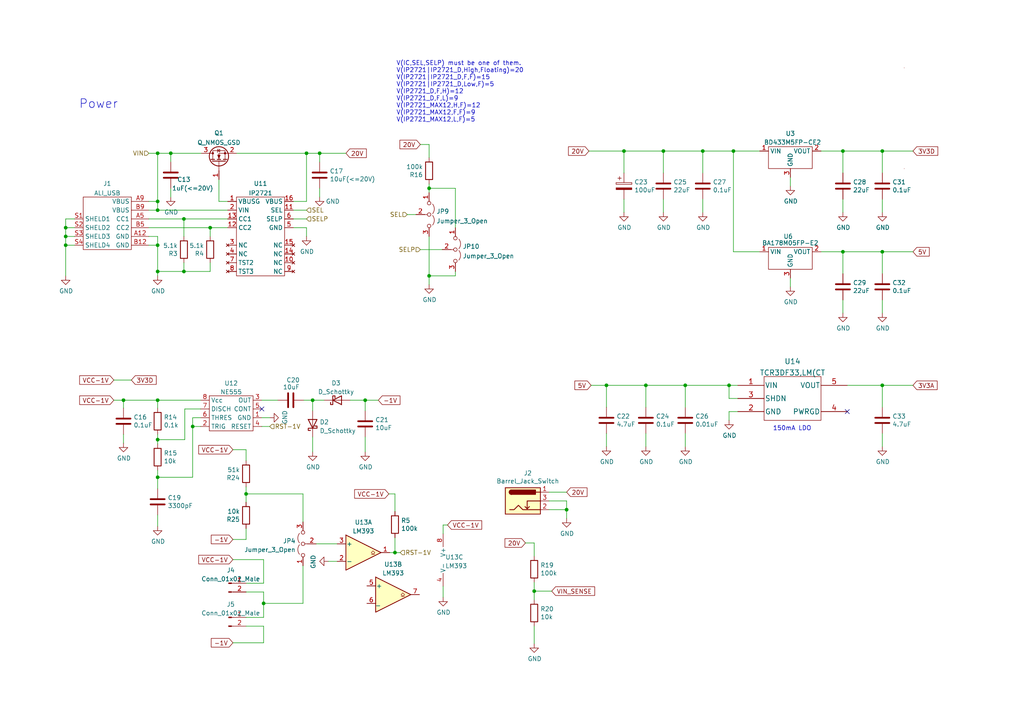
<source format=kicad_sch>
(kicad_sch (version 20211123) (generator eeschema)
  (paper "A4")
  (lib_symbols
    (symbol "Comparator:LM393" (pin_names (offset 0.127))
      (property "Reference" "U" (at 3.81 3.81 0))
      (property "Value" "LM393" (at 6.35 -3.81 0))
      (symbol "LM393_1_1"
        (polyline (pts (xy -5.08 5.08) (xy 5.08 0) (xy -5.08 -5.08) (xy -5.08 5.08)) (stroke (width 0.254)) (fill (type background)))
        (polyline (pts (xy 3.302 -0.508) (xy 2.794 -0.508) (xy 3.302 0) (xy 2.794 0.508) (xy 2.286 0) (xy 2.794 -0.508) (xy 2.286 -0.508)) (stroke (width 0.127)))
        (pin open_collector line (at 7.62 0 180) (length 2.54) (name "~") (number "1"))
        (pin input line (at -7.62 -2.54 0) (length 2.54) (name "-") (number "2"))
        (pin input line (at -7.62 2.54 0) (length 2.54) (name "+") (number "3"))
      )
      (symbol "LM393_2_1"
        (polyline (pts (xy -5.08 5.08) (xy 5.08 0) (xy -5.08 -5.08) (xy -5.08 5.08)) (stroke (width 0.254)) (fill (type background)))
        (polyline (pts (xy 3.302 -0.508) (xy 2.794 -0.508) (xy 3.302 0) (xy 2.794 0.508) (xy 2.286 0) (xy 2.794 -0.508) (xy 2.286 -0.508)) (stroke (width 0.127)))
        (pin input line (at -7.62 2.54 0) (length 2.54) (name "+") (number "5"))
        (pin input line (at -7.62 -2.54 0) (length 2.54) (name "_") (number "6"))
        (pin open_collector line (at 7.62 0 180) (length 2.54) (name "~") (number "7"))
      )
      (symbol "LM393_3_1"
        (pin power_in line (at -2.54 -7.62 90) (length 3.81) (name "V-") (number "4"))
        (pin power_in line (at -2.54 7.62 270) (length 3.81) (name "V+") (number "8"))
      )
    )
    (symbol "Connector:Barrel_Jack_Switch" (pin_names hide)
      (property "Reference" "J" (at 0 5.334 0))
      (property "Value" "Barrel_Jack_Switch" (at 0 -5.08 0))
      (symbol "Barrel_Jack_Switch_0_1"
        (rectangle (start -5.08 3.81) (end 5.08 -3.81) (stroke (width 0.254)) (fill (type background)))
        (arc (start -3.302 3.175) (mid -3.937 2.54) (end -3.302 1.905) (stroke (width 0.254)))
        (arc (start -3.302 3.175) (mid -3.937 2.54) (end -3.302 1.905) (stroke (width 0.254)) (fill (type outline)))
        (polyline (pts (xy 1.27 -2.286) (xy 1.905 -1.651)) (stroke (width 0.254)))
        (polyline (pts (xy 5.08 2.54) (xy 3.81 2.54)) (stroke (width 0.254)))
        (polyline (pts (xy 5.08 0) (xy 1.27 0) (xy 1.27 -2.286) (xy 0.635 -1.651)) (stroke (width 0.254)))
        (polyline (pts (xy -3.81 -2.54) (xy -2.54 -2.54) (xy -1.27 -1.27) (xy 0 -2.54) (xy 2.54 -2.54) (xy 5.08 -2.54)) (stroke (width 0.254)))
        (rectangle (start 3.683 3.175) (end -3.302 1.905) (stroke (width 0.254)) (fill (type outline)))
      )
      (symbol "Barrel_Jack_Switch_1_1"
        (pin passive line (at 7.62 2.54 180) (length 2.54) (name "~") (number "1"))
        (pin passive line (at 7.62 -2.54 180) (length 2.54) (name "~") (number "2"))
        (pin passive line (at 7.62 0 180) (length 2.54) (name "~") (number "3"))
      )
    )
    (symbol "Connector:Conn_01x02_Male" (pin_names (offset 1.016) hide)
      (property "Reference" "J" (at 0 2.54 0))
      (property "Value" "Conn_01x02_Male" (at 0 -5.08 0))
      (symbol "Conn_01x02_Male_1_1"
        (polyline (pts (xy 1.27 -2.54) (xy 0.8636 -2.54)) (stroke (width 0.1524)))
        (polyline (pts (xy 1.27 0) (xy 0.8636 0)) (stroke (width 0.1524)))
        (rectangle (start 0.8636 -2.413) (end 0 -2.667) (stroke (width 0.1524)) (fill (type outline)))
        (rectangle (start 0.8636 0.127) (end 0 -0.127) (stroke (width 0.1524)) (fill (type outline)))
        (pin passive line (at 5.08 0 180) (length 3.81) (name "Pin_1") (number "1"))
        (pin passive line (at 5.08 -2.54 180) (length 3.81) (name "Pin_2") (number "2"))
      )
    )
    (symbol "Device:C" (pin_numbers hide) (pin_names (offset 0.254))
      (property "Reference" "C" (at 0.635 2.54 0))
      (property "Value" "C" (at 0.635 -2.54 0))
      (symbol "C_0_1"
        (polyline (pts (xy -2.032 -0.762) (xy 2.032 -0.762)) (stroke (width 0.508)))
        (polyline (pts (xy -2.032 0.762) (xy 2.032 0.762)) (stroke (width 0.508)))
      )
      (symbol "C_1_1"
        (pin passive line (at 0 3.81 270) (length 2.794) (name "~") (number "1"))
        (pin passive line (at 0 -3.81 90) (length 2.794) (name "~") (number "2"))
      )
    )
    (symbol "Device:CP" (pin_numbers hide) (pin_names (offset 0.254))
      (property "Reference" "C" (at 0.635 2.54 0))
      (property "Value" "Device_CP" (at 0.635 -2.54 0))
      (symbol "CP_0_1"
        (rectangle (start -2.286 0.508) (end 2.286 1.016))
        (polyline (pts (xy -1.778 2.286) (xy -0.762 2.286)))
        (polyline (pts (xy -1.27 2.794) (xy -1.27 1.778)))
        (rectangle (start 2.286 -0.508) (end -2.286 -1.016) (fill (type outline)))
      )
      (symbol "CP_1_1"
        (pin passive line (at 0 3.81 270) (length 2.794) (name "~") (number "1"))
        (pin passive line (at 0 -3.81 90) (length 2.794) (name "~") (number "2"))
      )
    )
    (symbol "Device:D_Schottky" (pin_numbers hide) (pin_names (offset 1.016) hide)
      (property "Reference" "D" (at 0 2.54 0))
      (property "Value" "D_Schottky" (at 0 -2.54 0))
      (symbol "D_Schottky_0_1"
        (polyline (pts (xy 1.27 0) (xy -1.27 0)))
        (polyline (pts (xy 1.27 1.27) (xy 1.27 -1.27) (xy -1.27 0) (xy 1.27 1.27)) (stroke (width 0.254)))
        (polyline (pts (xy -1.905 0.635) (xy -1.905 1.27) (xy -1.27 1.27) (xy -1.27 -1.27) (xy -0.635 -1.27) (xy -0.635 -0.635)) (stroke (width 0.254)))
      )
      (symbol "D_Schottky_1_1"
        (pin passive line (at -3.81 0 0) (length 2.54) (name "K") (number "1"))
        (pin passive line (at 3.81 0 180) (length 2.54) (name "A") (number "2"))
      )
    )
    (symbol "Device:Q_NMOS_GSD" (pin_names (offset 0) hide)
      (property "Reference" "Q" (at 5.08 1.27 0))
      (property "Value" "Q_NMOS_GSD" (at 5.08 -1.27 0))
      (symbol "Q_NMOS_GSD_0_1"
        (polyline (pts (xy 0.254 0) (xy -2.54 0)))
        (polyline (pts (xy 0.254 1.905) (xy 0.254 -1.905)) (stroke (width 0.254)))
        (polyline (pts (xy 0.762 -1.27) (xy 0.762 -2.286)) (stroke (width 0.254)))
        (polyline (pts (xy 0.762 0.508) (xy 0.762 -0.508)) (stroke (width 0.254)))
        (polyline (pts (xy 0.762 2.286) (xy 0.762 1.27)) (stroke (width 0.254)))
        (polyline (pts (xy 2.54 2.54) (xy 2.54 1.778)))
        (polyline (pts (xy 2.54 -2.54) (xy 2.54 0) (xy 0.762 0)))
        (polyline (pts (xy 0.762 -1.778) (xy 3.302 -1.778) (xy 3.302 1.778) (xy 0.762 1.778)))
        (polyline (pts (xy 1.016 0) (xy 2.032 0.381) (xy 2.032 -0.381) (xy 1.016 0)) (fill (type outline)))
        (polyline (pts (xy 2.794 0.508) (xy 2.921 0.381) (xy 3.683 0.381) (xy 3.81 0.254)))
        (polyline (pts (xy 3.302 0.381) (xy 2.921 -0.254) (xy 3.683 -0.254) (xy 3.302 0.381)))
        (circle (center 1.651 0) (radius 2.794) (stroke (width 0.254)))
        (circle (center 2.54 -1.778) (radius 0.254) (fill (type outline)))
        (circle (center 2.54 1.778) (radius 0.254) (fill (type outline)))
      )
      (symbol "Q_NMOS_GSD_1_1"
        (pin input line (at -5.08 0 0) (length 2.54) (name "G") (number "1"))
        (pin passive line (at 2.54 -5.08 90) (length 2.54) (name "S") (number "2"))
        (pin passive line (at 2.54 5.08 270) (length 2.54) (name "D") (number "3"))
      )
    )
    (symbol "Device:R" (pin_numbers hide) (pin_names (offset 0))
      (property "Reference" "R" (at 2.032 0 90))
      (property "Value" "R" (at 0 0 90))
      (symbol "R_0_1"
        (rectangle (start -1.016 -2.54) (end 1.016 2.54) (stroke (width 0.254)))
      )
      (symbol "R_1_1"
        (pin passive line (at 0 3.81 270) (length 1.27) (name "~") (number "1"))
        (pin passive line (at 0 -3.81 90) (length 1.27) (name "~") (number "2"))
      )
    )
    (symbol "Jumper:Jumper_3_Open" (pin_names (offset 0) hide)
      (property "Reference" "JP" (at -2.54 -2.54 0))
      (property "Value" "Jumper_3_Open" (at 0 2.794 0))
      (symbol "Jumper_3_Open_0_0"
        (circle (center -3.302 0) (radius 0.508))
        (circle (center 0 0) (radius 0.508))
        (circle (center 3.302 0) (radius 0.508))
      )
      (symbol "Jumper_3_Open_0_1"
        (arc (start -0.254 1.016) (mid -1.651 1.4992) (end -3.048 1.016))
        (polyline (pts (xy 0 -0.508) (xy 0 -1.27)))
        (arc (start 3.048 1.016) (mid 1.651 1.4992) (end 0.254 1.016))
      )
      (symbol "Jumper_3_Open_1_1"
        (pin passive line (at -6.35 0 0) (length 2.54) (name "A") (number "1"))
        (pin input line (at 0 -3.81 90) (length 2.54) (name "C") (number "2"))
        (pin passive line (at 6.35 0 180) (length 2.54) (name "B") (number "3"))
      )
    )
    (symbol "Jumper_3_Open_1" (pin_names (offset 0) hide)
      (property "Reference" "JP" (at -2.54 -2.54 0))
      (property "Value" "Jumper_3_Open_1" (at 0 2.794 0))
      (symbol "Jumper_3_Open_1_0_0"
        (circle (center -3.302 0) (radius 0.508))
        (circle (center 0 0) (radius 0.508))
        (circle (center 3.302 0) (radius 0.508))
      )
      (symbol "Jumper_3_Open_1_0_1"
        (arc (start -0.254 1.016) (mid -1.651 1.4992) (end -3.048 1.016))
        (polyline (pts (xy 0 -0.508) (xy 0 -1.27)))
        (arc (start 3.048 1.016) (mid 1.651 1.4992) (end 0.254 1.016))
      )
      (symbol "Jumper_3_Open_1_1_1"
        (pin passive line (at -6.35 0 0) (length 2.54) (name "A") (number "1"))
        (pin passive line (at 0 -3.81 90) (length 2.54) (name "C") (number "2"))
        (pin passive line (at 6.35 0 180) (length 2.54) (name "B") (number "3"))
      )
    )
    (symbol "Ninja-qPCR:ALI_USB"
      (property "Reference" "J" (at -7.62 2.54 0))
      (property "Value" "ALI_USB" (at -6.35 -15.24 0))
      (symbol "ALI_USB_0_1"
        (rectangle (start 0 1.27) (end -13.97 -13.97) (stroke (width 0.1524)))
      )
      (symbol "ALI_USB_1_1"
        (pin input line (at 5.08 -10.16 180) (length 5.08) (name "GND") (number "A12"))
        (pin input line (at 5.08 -5.08 180) (length 5.08) (name "CC1") (number "A5"))
        (pin input line (at 5.08 0 180) (length 5.08) (name "VBUS") (number "A9"))
        (pin input line (at 5.08 -12.7 180) (length 5.08) (name "GND") (number "B12"))
        (pin input line (at 5.08 -7.62 180) (length 5.08) (name "CC2") (number "B5"))
        (pin input line (at 5.08 -2.54 180) (length 5.08) (name "VBUS") (number "B9"))
        (pin input line (at -16.51 -5.08 0) (length 2.54) (name "SHELD1") (number "S1"))
        (pin input line (at -16.51 -7.62 0) (length 2.54) (name "SHELD2") (number "S2"))
        (pin input line (at -16.51 -10.16 0) (length 2.54) (name "SHELD3") (number "S3"))
        (pin input line (at -16.51 -12.7 0) (length 2.54) (name "SHELD4") (number "S4"))
      )
    )
    (symbol "Ninja-qPCR:IP2721"
      (property "Reference" "U" (at 0 2.54 0))
      (property "Value" "IP2721" (at 0 -22.86 0))
      (symbol "IP2721_0_1"
        (rectangle (start -7.62 1.27) (end 6.35 -21.59) (stroke (width 0.1524)))
      )
      (symbol "IP2721_1_1"
        (pin output line (at -10.16 0 0) (length 2.54) (name "VBUSG") (number "1"))
        (pin no_connect line (at 8.89 -17.78 180) (length 2.54) (name "NC") (number "10"))
        (pin input line (at 8.89 -2.54 180) (length 2.54) (name "SEL") (number "11"))
        (pin input line (at -10.16 -7.62 0) (length 2.54) (name "CC2") (number "12"))
        (pin input line (at -10.16 -5.08 0) (length 2.54) (name "CC1") (number "13"))
        (pin no_connect line (at 8.89 -15.24 180) (length 2.54) (name "NC") (number "14"))
        (pin no_connect line (at 8.89 -12.7 180) (length 2.54) (name "NC") (number "15"))
        (pin input line (at 8.89 0 180) (length 2.54) (name "VBUS") (number "16"))
        (pin power_in line (at -10.16 -2.54 0) (length 2.54) (name "VIN") (number "2"))
        (pin no_connect line (at -10.16 -12.7 0) (length 2.54) (name "NC") (number "3"))
        (pin no_connect line (at -10.16 -15.24 0) (length 2.54) (name "NC") (number "4"))
        (pin power_out line (at 8.89 -7.62 180) (length 2.54) (name "GND") (number "5"))
        (pin input line (at 8.89 -5.08 180) (length 2.54) (name "SELP") (number "6"))
        (pin no_connect line (at -10.16 -17.78 0) (length 2.54) (name "TST2") (number "7"))
        (pin no_connect line (at -10.16 -20.32 0) (length 2.54) (name "TST3") (number "8"))
        (pin no_connect line (at 8.89 -20.32 180) (length 2.54) (name "NC") (number "9"))
      )
    )
    (symbol "Ninja-qPCR:MCP1755T-3302E_OT" (pin_names (offset 0.254))
      (property "Reference" "U" (at 16.51 8.89 0))
      (property "Value" "MCP1755T-3302E_OT" (at 16.51 6.35 0))
      (symbol "MCP1755T-3302E_OT_1_1"
        (rectangle (start 7.62 2.54) (end 24.13 -10.16))
        (pin power_in line (at 0 0 0) (length 7.62) (name "VIN") (number "1"))
        (pin power_in line (at 0 -7.62 0) (length 7.62) (name "GND") (number "2"))
        (pin input line (at 0 -3.81 0) (length 7.62) (name "SHDN") (number "3"))
        (pin output line (at 31.75 -7.62 180) (length 7.62) (name "PWRGD") (number "4"))
        (pin output line (at 31.75 0 180) (length 7.62) (name "VOUT") (number "5"))
      )
    )
    (symbol "Ninja-qPCR:NE555"
      (property "Reference" "U" (at 8.89 2.54 0))
      (property "Value" "NE555" (at 8.89 -10.16 0))
      (symbol "NE555_0_1"
        (rectangle (start 2.54 1.27) (end 15.24 -8.89) (stroke (width 0.1524)))
      )
      (symbol "NE555_1_1"
        (pin input line (at 17.78 -5.08 180) (length 2.54) (name "GND") (number "1"))
        (pin input line (at 0 -7.62 0) (length 2.54) (name "TRIG") (number "2"))
        (pin input line (at 17.78 0 180) (length 2.54) (name "OUT") (number "3"))
        (pin input line (at 17.78 -7.62 180) (length 2.54) (name "RESET") (number "4"))
        (pin input line (at 17.78 -2.54 180) (length 2.54) (name "CONT") (number "5"))
        (pin input line (at 0 -5.08 0) (length 2.54) (name "THRES") (number "6"))
        (pin input line (at 0 -2.54 0) (length 2.54) (name "DISCH") (number "7"))
        (pin input line (at 0 0 0) (length 2.54) (name "Vcc") (number "8"))
      )
    )
    (symbol "Ninja-qPCR:REG_TO252-3"
      (property "Reference" "U" (at 0 1.27 0))
      (property "Value" "REG_TO252-3" (at 7.62 -7.62 0))
      (symbol "REG_TO252-3_0_1"
        (rectangle (start -6.35 0) (end 6.35 -6.35) (stroke (width 0.1524)))
        (rectangle (start 33.02 22.86) (end 33.02 22.86) (stroke (width 0.1524)))
      )
      (symbol "REG_TO252-3_1_1"
        (pin input line (at -8.89 -1.27 0) (length 2.54) (name "VIN") (number "1"))
        (pin input line (at 8.89 -1.27 180) (length 2.54) (name "VOUT") (number "2"))
        (pin input line (at 0 -8.89 90) (length 2.54) (name "GND") (number "3"))
      )
    )
    (symbol "power:GND" (power) (pin_names (offset 0))
      (property "Value" "GND" (at 0 -3.81 0))
      (symbol "GND_0_1"
        (polyline (pts (xy 0 0) (xy 0 -1.27) (xy 1.27 -1.27) (xy 0 -2.54) (xy -1.27 -1.27) (xy 0 -1.27)))
      )
      (symbol "GND_1_1"
        (pin power_in line (at 0 0 270) (length 0) hide (name "GND") (number "1"))
      )
    )
  )
  (junction (at 53.34 63.5))
  (junction (at 19.05 66.04))
  (junction (at 71.374 143.256))
  (junction (at 45.72 58.42))
  (junction (at 255.905 43.815))
  (junction (at 192.405 43.815))
  (junction (at 92.71 44.45))
  (junction (at 244.475 43.815))
  (junction (at 45.72 60.96))
  (junction (at 180.975 43.815))
  (junction (at 114.554 160.274))
  (junction (at 255.905 73.025))
  (junction (at 105.918 116.078))
  (junction (at 45.72 116.078))
  (junction (at 49.53 44.45))
  (junction (at 175.895 111.76))
  (junction (at 198.755 111.76))
  (junction (at 55.88 123.698))
  (junction (at 124.46 54.61))
  (junction (at 88.9 44.45))
  (junction (at 45.72 127.508))
  (junction (at 164.338 147.828))
  (junction (at 45.72 78.74))
  (junction (at 203.835 43.815))
  (junction (at 90.678 116.078))
  (junction (at 187.325 111.76))
  (junction (at 255.905 111.76))
  (junction (at 45.72 138.43))
  (junction (at 60.96 66.04))
  (junction (at 124.46 80.01))
  (junction (at 19.05 71.12))
  (junction (at 244.475 73.025))
  (junction (at 211.455 111.76))
  (junction (at 76.454 175.006))
  (junction (at 154.94 171.45))
  (junction (at 19.05 68.58))
  (junction (at 212.725 43.815))
  (junction (at 45.72 71.12))
  (junction (at 45.72 44.45))
  (junction (at 35.814 116.078))
  (junction (at 53.34 78.74))
  (no_connect (at 245.745 119.38))
  (no_connect (at 75.946 118.618))
  (wire (pts (xy 66.04 58.42) (xy 63.5 58.42)))
  (wire (pts (xy 45.72 116.078) (xy 45.72 118.364)))
  (wire (pts (xy 118.11 62.23) (xy 120.65 62.23)))
  (wire (pts (xy 175.895 111.76) (xy 175.895 118.11)))
  (wire (pts (xy 76.454 175.006) (xy 87.884 175.006)))
  (wire (pts (xy 187.325 125.73) (xy 187.325 129.54)))
  (wire (pts (xy 132.08 54.61) (xy 132.08 66.04)))
  (wire (pts (xy 88.138 116.078) (xy 90.678 116.078)))
  (wire (pts (xy 35.814 116.078) (xy 35.814 118.364)))
  (wire (pts (xy 71.374 169.164) (xy 76.454 169.164)))
  (wire (pts (xy 45.72 78.74) (xy 45.72 80.01)))
  (wire (pts (xy 71.374 141.224) (xy 71.374 143.256)))
  (wire (pts (xy 49.53 54.61) (xy 49.53 57.15)))
  (wire (pts (xy 91.694 157.734) (xy 97.79 157.734)))
  (wire (pts (xy 154.94 157.48) (xy 154.94 161.29)))
  (wire (pts (xy 45.72 68.58) (xy 45.72 71.12)))
  (wire (pts (xy 255.905 57.785) (xy 255.905 61.595)))
  (wire (pts (xy 152.4 157.48) (xy 154.94 157.48)))
  (wire (pts (xy 85.09 66.04) (xy 88.9 66.04)))
  (wire (pts (xy 88.9 66.04) (xy 88.9 68.58)))
  (wire (pts (xy 45.72 138.43) (xy 45.72 136.398)))
  (wire (pts (xy 45.72 71.12) (xy 45.72 78.74)))
  (wire (pts (xy 45.72 125.984) (xy 45.72 127.508)))
  (wire (pts (xy 71.374 143.256) (xy 87.884 143.256)))
  (wire (pts (xy 76.454 162.306) (xy 76.454 169.164)))
  (wire (pts (xy 212.725 43.815) (xy 220.345 43.815)))
  (wire (pts (xy 90.678 116.078) (xy 90.678 119.126)))
  (wire (pts (xy 90.678 126.746) (xy 90.678 131.064)))
  (wire (pts (xy 245.745 111.76) (xy 255.905 111.76)))
  (wire (pts (xy 76.454 175.006) (xy 76.454 179.07)))
  (wire (pts (xy 198.755 125.73) (xy 198.755 129.54)))
  (wire (pts (xy 67.564 130.429) (xy 71.374 130.429)))
  (wire (pts (xy 187.325 111.76) (xy 198.755 111.76)))
  (wire (pts (xy 105.918 116.078) (xy 109.728 116.078)))
  (wire (pts (xy 213.995 115.57) (xy 211.455 115.57)))
  (wire (pts (xy 68.58 44.45) (xy 88.9 44.45)))
  (wire (pts (xy 180.975 43.815) (xy 180.975 50.165)))
  (wire (pts (xy 45.72 138.43) (xy 55.88 138.43)))
  (wire (pts (xy 19.05 66.04) (xy 19.05 68.58)))
  (wire (pts (xy 229.235 80.645) (xy 229.235 83.185)))
  (wire (pts (xy 71.374 181.61) (xy 76.454 181.61)))
  (wire (pts (xy 124.46 68.58) (xy 124.46 80.01)))
  (wire (pts (xy 213.995 119.38) (xy 211.455 119.38)))
  (wire (pts (xy 33.02 116.078) (xy 35.814 116.078)))
  (wire (pts (xy 238.125 43.815) (xy 244.475 43.815)))
  (wire (pts (xy 255.905 86.995) (xy 255.905 90.805)))
  (wire (pts (xy 45.72 60.96) (xy 66.04 60.96)))
  (wire (pts (xy 55.88 123.698) (xy 58.166 123.698)))
  (wire (pts (xy 192.405 43.815) (xy 203.835 43.815)))
  (wire (pts (xy 67.564 156.464) (xy 71.374 156.464)))
  (wire (pts (xy 76.454 179.07) (xy 71.374 179.07)))
  (wire (pts (xy 124.46 54.61) (xy 124.46 55.88)))
  (wire (pts (xy 124.46 53.34) (xy 124.46 54.61)))
  (wire (pts (xy 55.88 123.698) (xy 55.88 138.43)))
  (wire (pts (xy 85.09 60.96) (xy 88.9 60.96)))
  (wire (pts (xy 211.455 119.38) (xy 211.455 121.92)))
  (wire (pts (xy 43.18 71.12) (xy 45.72 71.12)))
  (wire (pts (xy 60.96 76.2) (xy 60.96 78.74)))
  (wire (pts (xy 53.34 76.2) (xy 53.34 78.74)))
  (wire (pts (xy 203.835 43.815) (xy 212.725 43.815)))
  (wire (pts (xy 75.946 121.158) (xy 78.232 121.158)))
  (wire (pts (xy 95.25 162.814) (xy 97.79 162.814)))
  (wire (pts (xy 53.34 78.74) (xy 60.96 78.74)))
  (wire (pts (xy 255.905 125.73) (xy 255.905 129.54)))
  (wire (pts (xy 45.72 116.078) (xy 58.166 116.078)))
  (wire (pts (xy 159.258 142.748) (xy 164.338 142.748)))
  (wire (pts (xy 19.05 68.58) (xy 21.59 68.58)))
  (wire (pts (xy 129.794 152.273) (xy 128.524 152.273)))
  (wire (pts (xy 154.94 171.45) (xy 160.02 171.45)))
  (wire (pts (xy 55.88 121.158) (xy 55.88 123.698)))
  (wire (pts (xy 114.554 160.274) (xy 116.078 160.274)))
  (wire (pts (xy 244.475 57.785) (xy 244.475 61.595)))
  (wire (pts (xy 53.594 118.618) (xy 53.594 127.508)))
  (wire (pts (xy 154.94 171.45) (xy 154.94 173.99)))
  (wire (pts (xy 45.72 58.42) (xy 45.72 44.45)))
  (wire (pts (xy 85.09 63.5) (xy 88.9 63.5)))
  (wire (pts (xy 212.725 43.815) (xy 212.725 73.025)))
  (wire (pts (xy 43.18 58.42) (xy 45.72 58.42)))
  (wire (pts (xy 255.905 111.76) (xy 264.795 111.76)))
  (wire (pts (xy 164.338 145.288) (xy 164.338 147.828)))
  (wire (pts (xy 60.96 66.04) (xy 66.04 66.04)))
  (wire (pts (xy 175.895 125.73) (xy 175.895 129.54)))
  (wire (pts (xy 71.374 143.256) (xy 71.374 145.669)))
  (wire (pts (xy 180.975 43.815) (xy 192.405 43.815)))
  (wire (pts (xy 87.884 143.256) (xy 87.884 151.384)))
  (wire (pts (xy 132.08 78.74) (xy 132.08 80.01)))
  (wire (pts (xy 90.678 116.078) (xy 93.98 116.078)))
  (wire (pts (xy 75.946 116.078) (xy 80.518 116.078)))
  (wire (pts (xy 213.995 111.76) (xy 211.455 111.76)))
  (wire (pts (xy 255.905 73.025) (xy 264.795 73.025)))
  (wire (pts (xy 43.18 60.96) (xy 45.72 60.96)))
  (wire (pts (xy 255.905 73.025) (xy 244.475 73.025)))
  (wire (pts (xy 211.455 111.76) (xy 211.455 115.57)))
  (wire (pts (xy 49.53 44.45) (xy 49.53 46.99)))
  (wire (pts (xy 124.46 41.91) (xy 124.46 45.72)))
  (wire (pts (xy 45.72 78.74) (xy 53.34 78.74)))
  (wire (pts (xy 255.905 43.815) (xy 255.905 50.165)))
  (wire (pts (xy 53.34 63.5) (xy 53.34 68.58)))
  (wire (pts (xy 71.374 153.289) (xy 71.374 156.464)))
  (wire (pts (xy 58.166 121.158) (xy 55.88 121.158)))
  (wire (pts (xy 45.72 127.508) (xy 45.72 128.778)))
  (wire (pts (xy 35.814 125.984) (xy 35.814 128.524)))
  (wire (pts (xy 114.554 155.956) (xy 114.554 160.274)))
  (wire (pts (xy 76.454 171.704) (xy 76.454 175.006)))
  (wire (pts (xy 244.475 43.815) (xy 244.475 50.165)))
  (wire (pts (xy 114.554 143.256) (xy 114.554 148.336)))
  (wire (pts (xy 255.905 111.76) (xy 255.905 118.11)))
  (wire (pts (xy 244.475 73.025) (xy 244.475 79.375)))
  (wire (pts (xy 19.05 63.5) (xy 19.05 66.04)))
  (wire (pts (xy 45.72 149.352) (xy 45.72 152.654)))
  (wire (pts (xy 187.325 111.76) (xy 187.325 118.11)))
  (wire (pts (xy 113.03 160.274) (xy 114.554 160.274)))
  (wire (pts (xy 60.96 66.04) (xy 60.96 68.58)))
  (wire (pts (xy 71.374 171.704) (xy 76.454 171.704)))
  (wire (pts (xy 58.166 118.618) (xy 53.594 118.618)))
  (wire (pts (xy 105.918 126.746) (xy 105.918 131.064)))
  (wire (pts (xy 255.905 73.025) (xy 255.905 79.375)))
  (wire (pts (xy 121.92 72.39) (xy 128.27 72.39)))
  (wire (pts (xy 255.905 43.815) (xy 244.475 43.815)))
  (wire (pts (xy 238.125 73.025) (xy 244.475 73.025)))
  (wire (pts (xy 128.524 152.273) (xy 128.524 154.813)))
  (wire (pts (xy 88.9 44.45) (xy 92.71 44.45)))
  (wire (pts (xy 43.18 68.58) (xy 45.72 68.58)))
  (wire (pts (xy 92.71 54.61) (xy 92.71 57.15)))
  (wire (pts (xy 198.755 111.76) (xy 211.455 111.76)))
  (wire (pts (xy 198.755 111.76) (xy 198.755 118.11)))
  (wire (pts (xy 255.905 43.815) (xy 264.795 43.815)))
  (wire (pts (xy 88.9 44.45) (xy 88.9 58.42)))
  (wire (pts (xy 192.405 43.815) (xy 192.405 50.165)))
  (wire (pts (xy 67.564 162.306) (xy 76.454 162.306)))
  (wire (pts (xy 76.454 186.436) (xy 67.564 186.436)))
  (wire (pts (xy 53.34 63.5) (xy 66.04 63.5)))
  (wire (pts (xy 171.45 111.76) (xy 175.895 111.76)))
  (wire (pts (xy 43.18 63.5) (xy 53.34 63.5)))
  (wire (pts (xy 175.895 111.76) (xy 187.325 111.76)))
  (wire (pts (xy 124.46 80.01) (xy 124.46 82.55)))
  (wire (pts (xy 121.92 41.91) (xy 124.46 41.91)))
  (wire (pts (xy 75.946 123.698) (xy 78.232 123.698)))
  (wire (pts (xy 45.72 60.96) (xy 45.72 58.42)))
  (wire (pts (xy 203.835 57.785) (xy 203.835 61.595)))
  (wire (pts (xy 229.235 51.435) (xy 229.235 53.975)))
  (wire (pts (xy 43.18 66.04) (xy 60.96 66.04)))
  (wire (pts (xy 105.918 116.078) (xy 105.918 119.126)))
  (wire (pts (xy 49.53 44.45) (xy 58.42 44.45)))
  (wire (pts (xy 33.02 110.236) (xy 38.1 110.236)))
  (wire (pts (xy 19.05 71.12) (xy 21.59 71.12)))
  (wire (pts (xy 43.18 44.45) (xy 45.72 44.45)))
  (wire (pts (xy 203.835 43.815) (xy 203.835 50.165)))
  (wire (pts (xy 159.258 147.828) (xy 164.338 147.828)))
  (wire (pts (xy 87.884 175.006) (xy 87.884 164.084)))
  (wire (pts (xy 180.975 57.785) (xy 180.975 61.595)))
  (wire (pts (xy 124.46 54.61) (xy 132.08 54.61)))
  (wire (pts (xy 45.72 127.508) (xy 53.594 127.508)))
  (wire (pts (xy 21.59 63.5) (xy 19.05 63.5)))
  (wire (pts (xy 19.05 68.58) (xy 19.05 71.12)))
  (wire (pts (xy 170.815 43.815) (xy 180.975 43.815)))
  (wire (pts (xy 19.05 71.12) (xy 19.05 80.01)))
  (wire (pts (xy 192.405 57.785) (xy 192.405 61.595)))
  (wire (pts (xy 19.05 66.04) (xy 21.59 66.04)))
  (wire (pts (xy 112.776 143.256) (xy 114.554 143.256)))
  (wire (pts (xy 154.94 168.91) (xy 154.94 171.45)))
  (wire (pts (xy 92.71 44.45) (xy 100.33 44.45)))
  (wire (pts (xy 128.524 170.053) (xy 128.524 173.228)))
  (wire (pts (xy 45.72 44.45) (xy 49.53 44.45)))
  (wire (pts (xy 212.725 73.025) (xy 220.345 73.025)))
  (wire (pts (xy 164.338 150.368) (xy 164.338 147.828)))
  (wire (pts (xy 101.6 116.078) (xy 105.918 116.078)))
  (wire (pts (xy 35.814 116.078) (xy 45.72 116.078)))
  (wire (pts (xy 76.454 181.61) (xy 76.454 186.436)))
  (wire (pts (xy 159.258 145.288) (xy 164.338 145.288)))
  (wire (pts (xy 45.72 138.43) (xy 45.72 141.732)))
  (wire (pts (xy 154.94 181.61) (xy 154.94 186.69)))
  (wire (pts (xy 63.5 58.42) (xy 63.5 52.07)))
  (wire (pts (xy 85.09 58.42) (xy 88.9 58.42)))
  (wire (pts (xy 71.374 130.429) (xy 71.374 133.604)))
  (wire (pts (xy 132.08 80.01) (xy 124.46 80.01)))
  (wire (pts (xy 92.71 44.45) (xy 92.71 46.99)))
  (wire (pts (xy 244.475 86.995) (xy 244.475 90.805)))
  (text "V(IC,SEL,SELP) must be one of them.\nV(IP2721|IP2721_D,High,Floating)=20\nV(IP2721|IP2721_D,F,F)=15\nV(IP2721|IP2721_D,Low,F)=5\nV(IP2721_D,F,H)=12\nV(IP2721_D,F,L)=9\nV(IP2721_MAX12,H,F)=12\nV(IP2721_MAX12,F,F)=9\nV(IP2721_MAX12,L,F)=5" (at 114.935 35.56 0) (effects (font (size 1.27 1.27)) (justify left bottom)))
  (text "Power" (at 22.86 31.75 0) (effects (font (size 2.54 2.54)) (justify left bottom)))
  (text "150mA LDO" (at 224.155 125.095 0) (effects (font (size 1.27 1.27)) (justify left bottom)))
  (global_label "VCC-1V" (shape input) (at 33.02 110.236 180) (property "Intersheet References" "${INTERSHEET_REFS}" (effects hide)))
  (global_label "3V3D" (shape input) (at 264.795 43.815 0) (property "Intersheet References" "${INTERSHEET_REFS}" (effects hide)))
  (global_label "VCC-1V" (shape input) (at 33.02 116.078 180) (property "Intersheet References" "${INTERSHEET_REFS}" (effects hide)))
  (global_label "VCC-1V" (shape input) (at 67.564 130.429 180) (property "Intersheet References" "${INTERSHEET_REFS}" (effects hide)))
  (global_label "-1V" (shape input) (at 109.728 116.078 0) (property "Intersheet References" "${INTERSHEET_REFS}" (effects hide)))
  (global_label "-1V" (shape input) (at 67.564 156.464 180) (property "Intersheet References" "${INTERSHEET_REFS}" (effects hide)))
  (global_label "20V" (shape input) (at 100.33 44.45 0) (property "Intersheet References" "${INTERSHEET_REFS}" (effects hide)))
  (global_label "VCC-1V" (shape input) (at 112.776 143.256 180) (property "Intersheet References" "${INTERSHEET_REFS}" (effects hide)))
  (global_label "20V" (shape input) (at 152.4 157.48 180) (property "Intersheet References" "${INTERSHEET_REFS}" (effects hide)))
  (global_label "5V" (shape input) (at 264.795 73.025 0) (property "Intersheet References" "${INTERSHEET_REFS}" (effects hide)))
  (global_label "20V" (shape input) (at 164.338 142.748 0) (property "Intersheet References" "${INTERSHEET_REFS}" (effects hide)))
  (global_label "VCC-1V" (shape input) (at 67.564 162.306 180) (property "Intersheet References" "${INTERSHEET_REFS}" (effects hide)))
  (global_label "-1V" (shape input) (at 67.564 186.436 180) (property "Intersheet References" "${INTERSHEET_REFS}" (effects hide)))
  (global_label "20V" (shape input) (at 170.815 43.815 180) (property "Intersheet References" "${INTERSHEET_REFS}" (effects hide)))
  (global_label "VIN_SENSE" (shape input) (at 160.02 171.45 0) (property "Intersheet References" "${INTERSHEET_REFS}" (effects hide)))
  (global_label "5V" (shape input) (at 171.45 111.76 180) (property "Intersheet References" "${INTERSHEET_REFS}" (effects hide)))
  (global_label "3V3D" (shape input) (at 38.1 110.236 0) (property "Intersheet References" "${INTERSHEET_REFS}" (effects hide)))
  (global_label "3V3A" (shape input) (at 264.795 111.76 0) (property "Intersheet References" "${INTERSHEET_REFS}" (effects hide)))
  (global_label "VCC-1V" (shape input) (at 129.794 152.273 0) (property "Intersheet References" "${INTERSHEET_REFS}" (effects hide)))
  (global_label "20V" (shape input) (at 121.92 41.91 180) (property "Intersheet References" "${INTERSHEET_REFS}" (effects hide)))
  (hierarchical_label "VIN" (shape input) (at 43.18 44.45 180))
  (hierarchical_label "RST-1V" (shape input) (at 116.078 160.274 0))
  (hierarchical_label "SELP" (shape input) (at 88.9 63.5 0))
  (hierarchical_label "RST-1V" (shape input) (at 78.232 123.698 0))
  (hierarchical_label "SEL" (shape input) (at 88.9 60.96 0))
  (hierarchical_label "SEL" (shape input) (at 118.11 62.23 180))
  (hierarchical_label "SELP" (shape input) (at 121.92 72.39 180))
  (symbol (lib_id "power:GND") (at 175.895 129.54 0) (unit 1)
    (property "Reference" "#PWR0122" (effects hide))
    (property "Value" "GND" (at 176.022 133.9342 0))
  )
  (symbol (lib_id "power:GND") (at 124.46 82.55 0) (unit 1)
    (property "Reference" "#PWR0131" (effects hide))
    (property "Value" "GND" (at 124.587 86.9442 0))
  )
  (symbol (lib_id "power:GND") (at 128.524 173.228 0) (unit 1)
    (property "Reference" "#PWR0127" (effects hide))
    (property "Value" "GND" (at 128.651 177.6222 0))
  )
  (symbol (lib_id "Device:R") (at 71.374 137.414 180) (unit 1)
    (property "Reference" "R24" (at 69.596 138.5824 0) (effects (justify left)))
    (property "Value" "51k" (at 69.596 136.271 0) (effects (justify left)))
    (property "Footprint" "Resistor_SMD:R_0603_1608Metric" (effects hide))
  )
  (symbol (lib_id "Ninja-qPCR:REG_TO252-3") (at 229.235 71.755 0) (unit 1)
    (property "Reference" "U6" (at 228.6 68.58 0))
    (property "Value" "BA178M05FP-E2" (at 229.235 70.485 0))
    (property "Footprint" "Ninja-qPCR:REG_TO252-3" (effects hide))
  )
  (symbol (lib_id "power:GND") (at 105.918 131.064 0) (unit 1)
    (property "Reference" "#PWR0129" (effects hide))
    (property "Value" "GND" (at 106.045 135.4582 0))
  )
  (symbol (lib_id "power:GND") (at 192.405 61.595 0) (unit 1)
    (property "Reference" "#PWR0136" (effects hide))
    (property "Value" "GND" (at 192.532 65.9892 0))
  )
  (symbol (lib_id "Device:C") (at 187.325 121.92 0) (unit 1)
    (property "Reference" "C24" (at 190.246 120.7516 0) (effects (justify left)))
    (property "Value" "0.1uF" (at 190.246 123.063 0) (effects (justify left)))
    (property "Footprint" "Capacitor_SMD:C_0603_1608Metric" (effects hide))
  )
  (symbol (lib_id "power:GND") (at 255.905 129.54 0) (unit 1)
    (property "Reference" "#PWR0128" (effects hide))
    (property "Value" "GND" (at 256.032 133.9342 0))
  )
  (symbol (lib_id "power:GND") (at 244.475 61.595 0) (unit 1)
    (property "Reference" "#PWR0123" (effects hide))
    (property "Value" "GND" (at 244.602 65.9892 0))
  )
  (symbol (lib_id "Device:R") (at 71.374 149.479 180) (unit 1)
    (property "Reference" "R25" (at 69.596 150.6474 0) (effects (justify left)))
    (property "Value" "10k" (at 69.596 148.336 0) (effects (justify left)))
    (property "Footprint" "Resistor_SMD:R_0603_1608Metric" (effects hide))
  )
  (symbol (lib_id "Ninja-qPCR:ALI_USB") (at 38.1 58.42 0) (unit 1)
    (property "Reference" "J1" (at 31.115 53.2343 0))
    (property "Value" "ALI_USB" (at 31.115 56.0094 0))
    (property "Footprint" "Ninja-qPCR:ALI_USB" (effects hide))
  )
  (symbol (lib_id "power:GND") (at 90.678 131.064 0) (unit 1)
    (property "Reference" "#PWR0112" (effects hide))
    (property "Value" "GND" (at 90.805 135.4582 0))
  )
  (symbol (lib_id "Device:C") (at 244.475 53.975 0) (unit 1)
    (property "Reference" "C28" (at 247.396 52.8066 0) (effects (justify left)))
    (property "Value" "22uF" (at 247.396 55.118 0) (effects (justify left)))
    (property "Footprint" "Capacitor_SMD:C_1210_3225Metric" (effects hide))
  )
  (symbol (lib_id "power:GND") (at 198.755 129.54 0) (unit 1)
    (property "Reference" "#PWR0118" (effects hide))
    (property "Value" "GND" (at 198.882 133.9342 0))
  )
  (symbol (lib_id "Device:C") (at 244.475 83.185 0) (unit 1)
    (property "Reference" "C29" (at 247.396 82.0166 0) (effects (justify left)))
    (property "Value" "22uF" (at 247.396 84.328 0) (effects (justify left)))
    (property "Footprint" "Capacitor_SMD:C_1210_3225Metric" (effects hide))
  )
  (symbol (lib_id "Jumper:Jumper_3_Open") (at 132.08 72.39 270) (unit 1)
    (property "Reference" "JP10" (at 134.2142 71.4815 90) (effects (justify left)))
    (property "Value" "Jumper_3_Open" (at 134.2142 74.2566 90) (effects (justify left)))
    (property "Footprint" "Jumper:SolderJumper-3_P2.0mm_Open_TrianglePad1.0x1.5mm" (effects hide))
  )
  (symbol (lib_id "Device:C") (at 49.53 50.8 0) (unit 1)
    (property "Reference" "C13" (at 53.34 52.07 0))
    (property "Value" "1uF(<=20V)" (at 55.88 54.61 0))
    (property "Footprint" "Capacitor_SMD:C_0603_1608Metric" (effects hide))
  )
  (symbol (lib_id "Device:R") (at 45.72 132.588 0) (unit 1)
    (property "Reference" "R15" (at 47.498 131.4196 0) (effects (justify left)))
    (property "Value" "10k" (at 47.498 133.731 0) (effects (justify left)))
    (property "Footprint" "Resistor_SMD:R_0603_1608Metric" (effects hide))
  )
  (symbol (lib_id "Device:C") (at 255.905 121.92 0) (unit 1)
    (property "Reference" "C33" (at 258.826 120.7516 0) (effects (justify left)))
    (property "Value" "4.7uF" (at 258.826 123.063 0) (effects (justify left)))
    (property "Footprint" "Capacitor_SMD:C_0805_2012Metric" (effects hide))
  )
  (symbol (lib_id "power:GND") (at 88.9 68.58 0) (unit 1)
    (property "Reference" "#PWR0115" (effects hide))
    (property "Value" "GND" (at 89.027 72.9742 0))
  )
  (symbol (lib_id "Ninja-qPCR:MCP1755T-3302E_OT") (at 213.995 111.76 0) (unit 1)
    (property "Reference" "U14" (at 229.87 104.8161 0) (effects (font (size 1.524 1.524))))
    (property "Value" "TCR3DF33,LM(CT" (at 229.87 108.0951 0) (effects (font (size 1.524 1.524))))
    (property "Footprint" "Package_TO_SOT_SMD:SOT-23-5" (effects hide))
  )
  (symbol (lib_id "power:GND") (at 45.72 152.654 0) (unit 1)
    (property "Reference" "#PWR0120" (effects hide))
    (property "Value" "GND" (at 45.847 157.0482 0))
  )
  (symbol (lib_id "power:GND") (at 255.905 61.595 0) (unit 1)
    (property "Reference" "#PWR0124" (effects hide))
    (property "Value" "GND" (at 256.032 65.9892 0))
  )
  (symbol (lib_id "Device:C") (at 192.405 53.975 0) (unit 1)
    (property "Reference" "C25" (at 195.326 52.8066 0) (effects (justify left)))
    (property "Value" "22uF" (at 195.326 55.118 0) (effects (justify left)))
    (property "Footprint" "Capacitor_SMD:C_1210_3225Metric" (effects hide))
  )
  (symbol (lib_id "power:GND") (at 203.835 61.595 0) (unit 1)
    (property "Reference" "#PWR0134" (effects hide))
    (property "Value" "GND" (at 203.962 65.9892 0))
  )
  (symbol (lib_id "Ninja-qPCR:REG_TO252-3") (at 229.235 42.545 0) (unit 1)
    (property "Reference" "U3" (at 229.235 38.735 0))
    (property "Value" "BD433M5FP-CE2" (at 229.87 41.275 0))
    (property "Footprint" "Ninja-qPCR:REG_TO252-3" (effects hide))
  )
  (symbol (lib_id "power:GND") (at 244.475 90.805 0) (unit 1)
    (property "Reference" "#PWR0125" (effects hide))
    (property "Value" "GND" (at 244.602 95.1992 0))
  )
  (symbol (lib_id "Device:C") (at 84.328 116.078 270) (mirror x) (unit 1)
    (property "Reference" "C20" (at 83.058 110.236 90) (effects (justify left)))
    (property "Value" "10uF" (at 82.042 112.268 90) (effects (justify left)))
    (property "Footprint" "Capacitor_SMD:C_0805_2012Metric" (effects hide))
  )
  (symbol (lib_id "power:GND") (at 211.455 121.92 0) (unit 1)
    (property "Reference" "#PWR0121" (effects hide))
    (property "Value" "GND" (at 211.582 126.3142 0))
  )
  (symbol (lib_id "power:GND") (at 180.975 61.595 0) (unit 1)
    (property "Reference" "#PWR0135" (effects hide))
    (property "Value" "GND" (at 181.102 65.9892 0))
  )
  (symbol (lib_id "power:GND") (at 229.235 83.185 0) (unit 1)
    (property "Reference" "#PWR0132" (effects hide))
    (property "Value" "GND" (at 229.362 87.5792 0))
  )
  (symbol (lib_id "Comparator:LM393") (at 105.41 160.274 0) (unit 1)
    (property "Reference" "U13" (at 105.41 151.4942 0))
    (property "Value" "LM393" (at 105.41 154.0311 0))
    (property "Footprint" "Package_SO:SOIC-8_3.9x4.9mm_P1.27mm" (effects hide))
    (property "Datasheet" "http://www.ti.com/lit/ds/symlink/lm393.pdf" (effects hide))
  )
  (symbol (lib_id "power:GND") (at 45.72 80.01 0) (unit 1)
    (property "Reference" "#PWR0110" (effects hide))
    (property "Value" "GND" (at 45.847 84.4042 0))
  )
  (symbol (lib_id "power:GND") (at 229.235 53.975 0) (unit 1)
    (property "Reference" "#PWR0133" (effects hide))
    (property "Value" "GND" (at 229.362 58.3692 0))
  )
  (symbol (lib_id "power:GND") (at 95.25 162.814 270) (unit 1)
    (property "Reference" "#PWR0108" (effects hide))
    (property "Value" "GND" (at 90.8558 162.941 0))
  )
  (symbol (lib_id "Device:R") (at 45.72 122.174 0) (unit 1)
    (property "Reference" "R14" (at 47.498 121.0056 0) (effects (justify left)))
    (property "Value" "0.1k" (at 47.498 123.317 0) (effects (justify left)))
    (property "Footprint" "Resistor_SMD:R_0603_1608Metric" (effects hide))
  )
  (symbol (lib_id "Comparator:LM393") (at 114.046 172.466 0) (unit 2)
    (property "Reference" "U13" (at 114.046 163.6862 0))
    (property "Value" "LM393" (at 114.046 166.2231 0))
    (property "Footprint" "Package_SO:SOIC-8_3.9x4.9mm_P1.27mm" (effects hide))
    (property "Datasheet" "http://www.ti.com/lit/ds/symlink/lm393.pdf" (effects hide))
  )
  (symbol (lib_id "power:GND") (at 164.338 150.368 0) (unit 1)
    (property "Reference" "#PWR0138" (effects hide))
    (property "Value" "GND" (at 164.465 154.7622 0))
  )
  (symbol (lib_id "Ninja-qPCR:NE555") (at 58.166 116.078 0) (unit 1)
    (property "Reference" "U12" (at 67.056 111.159 0))
    (property "Value" "NE555" (at 67.056 113.6959 0))
    (property "Footprint" "Package_SO:SOIC-8_3.9x4.9mm_P1.27mm" (effects hide))
  )
  (symbol (lib_id "Device:R") (at 154.94 177.8 0) (unit 1)
    (property "Reference" "R20" (at 156.718 176.6316 0) (effects (justify left)))
    (property "Value" "10k" (at 156.718 178.943 0) (effects (justify left)))
    (property "Footprint" "Resistor_SMD:R_0603_1608Metric" (effects hide))
  )
  (symbol (lib_id "Connector:Barrel_Jack_Switch") (at 151.638 145.288 0) (unit 1)
    (property "Reference" "J2" (at 153.0858 137.2362 0))
    (property "Value" "Barrel_Jack_Switch" (at 153.0858 139.5476 0))
    (property "Footprint" "Connector_BarrelJack:BarrelJack_Horizontal" (effects hide))
  )
  (symbol (lib_id "power:GND") (at 255.905 90.805 0) (unit 1)
    (property "Reference" "#PWR0126" (effects hide))
    (property "Value" "GND" (at 256.032 95.1992 0))
  )
  (symbol (lib_id "power:GND") (at 154.94 186.69 0) (unit 1)
    (property "Reference" "#PWR0137" (effects hide))
    (property "Value" "GND" (at 155.067 191.0842 0))
  )
  (symbol (lib_id "Device:R") (at 114.554 152.146 0) (unit 1)
    (property "Reference" "R5" (at 116.332 150.9776 0) (effects (justify left)))
    (property "Value" "100k" (at 116.332 153.289 0) (effects (justify left)))
    (property "Footprint" "Resistor_SMD:R_0603_1608Metric" (effects hide))
  )
  (symbol (lib_id "Connector:Conn_01x02_Male") (at 66.294 169.164 0) (unit 1)
    (property "Reference" "J4" (at 66.929 165.388 0))
    (property "Value" "Conn_01x02_Male" (at 66.929 167.9249 0))
    (property "Footprint" "Connector_PinHeader_1.27mm:PinHeader_1x02_P1.27mm_Vertical" (effects hide))
  )
  (symbol (lib_id "Ninja-qPCR:IP2721") (at 76.2 58.42 0) (unit 1)
    (property "Reference" "U11" (at 75.565 53.2343 0))
    (property "Value" "IP2721" (at 75.565 56.0094 0))
    (property "Footprint" "Package_SO:TSSOP-16_4.4x5mm_P0.65mm" (effects hide))
  )
  (symbol (lib_id "Device:C") (at 203.835 53.975 0) (unit 1)
    (property "Reference" "C27" (at 206.756 52.8066 0) (effects (justify left)))
    (property "Value" "0.1uF" (at 206.756 55.118 0) (effects (justify left)))
    (property "Footprint" "Capacitor_SMD:C_0603_1608Metric" (effects hide))
  )
  (symbol (lib_id "Comparator:LM393") (at 131.064 162.433 0) (unit 3)
    (property "Reference" "U13" (at 129.159 161.5983 0) (effects (justify left)))
    (property "Value" "LM393" (at 129.159 164.1352 0) (effects (justify left)))
    (property "Footprint" "Package_SO:SOIC-8_3.9x4.9mm_P1.27mm" (effects hide))
    (property "Datasheet" "http://www.ti.com/lit/ds/symlink/lm393.pdf" (effects hide))
  )
  (symbol (lib_id "Device:R") (at 124.46 49.53 180) (unit 1)
    (property "Reference" "R16" (at 122.682 50.6984 0) (effects (justify left)))
    (property "Value" "100k" (at 122.682 48.387 0) (effects (justify left)))
    (property "Footprint" "Resistor_SMD:R_0603_1608Metric" (effects hide))
  )
  (symbol (lib_id "power:GND") (at 35.814 128.524 0) (unit 1)
    (property "Reference" "#PWR0102" (effects hide))
    (property "Value" "GND" (at 35.941 132.9182 0))
  )
  (symbol (lib_id "power:GND") (at 92.71 57.15 0) (unit 1)
    (property "Reference" "#PWR0116" (effects hide))
    (property "Value" "GND" (at 96.52 58.42 0))
  )
  (symbol (lib_id "Device:Q_NMOS_GSD") (at 63.5 46.99 90) (unit 1)
    (property "Reference" "Q1" (at 63.5 38.5785 90))
    (property "Value" "Q_NMOS_GSD" (at 63.5 41.3536 90))
    (property "Footprint" "Ninja-qPCR:SOT95P240X112-3N" (effects hide))
  )
  (symbol (lib_id "Device:C") (at 255.905 83.185 0) (unit 1)
    (property "Reference" "C32" (at 258.826 82.0166 0) (effects (justify left)))
    (property "Value" "0.1uF" (at 258.826 84.328 0) (effects (justify left)))
    (property "Footprint" "Capacitor_SMD:C_0603_1608Metric" (effects hide))
  )
  (symbol (lib_id "power:GND") (at 49.53 57.15 0) (unit 1)
    (property "Reference" "#PWR0109" (effects hide))
    (property "Value" "GND" (at 49.657 61.5442 0))
  )
  (symbol (lib_id "Device:CP") (at 180.975 53.975 0) (unit 1)
    (property "Reference" "C23" (at 183.9722 52.8066 0) (effects (justify left)))
    (property "Value" "100uF" (at 183.9722 55.118 0) (effects (justify left)))
    (property "Footprint" "Ninja-qPCR:35TZV100M6.3X8" (effects hide))
  )
  (symbol (lib_id "Device:C") (at 92.71 50.8 0) (unit 1)
    (property "Reference" "C17" (at 95.631 49.6316 0) (effects (justify left)))
    (property "Value" "10uF(<=20V)" (at 95.631 51.943 0) (effects (justify left)))
    (property "Footprint" "Capacitor_SMD:C_0805_2012Metric" (effects hide))
  )
  (symbol (lib_id "Device:C") (at 175.895 121.92 0) (unit 1)
    (property "Reference" "C22" (at 178.816 120.7516 0) (effects (justify left)))
    (property "Value" "4.7uF" (at 178.816 123.063 0) (effects (justify left)))
    (property "Footprint" "Capacitor_SMD:C_0805_2012Metric" (effects hide))
  )
  (symbol (lib_id "Device:C") (at 45.72 145.542 0) (unit 1)
    (property "Reference" "C19" (at 48.641 144.3736 0) (effects (justify left)))
    (property "Value" "3300pF" (at 48.641 146.685 0) (effects (justify left)))
    (property "Footprint" "Capacitor_SMD:C_0603_1608Metric" (effects hide))
  )
  (symbol (lib_id "Device:C") (at 35.814 122.174 0) (unit 1)
    (property "Reference" "C16" (at 38.735 121.0056 0) (effects (justify left)))
    (property "Value" "0.1uF" (at 38.735 123.317 0) (effects (justify left)))
    (property "Footprint" "Capacitor_SMD:C_0603_1608Metric" (effects hide))
  )
  (symbol (lib_id "Device:C") (at 198.755 121.92 0) (unit 1)
    (property "Reference" "C26" (at 201.676 120.7516 0) (effects (justify left)))
    (property "Value" "0.01uF" (at 201.676 123.063 0) (effects (justify left)))
    (property "Footprint" "Capacitor_SMD:C_0603_1608Metric" (effects hide))
  )
  (symbol (lib_id "power:GND") (at 187.325 129.54 0) (unit 1)
    (property "Reference" "#PWR0119" (effects hide))
    (property "Value" "GND" (at 187.452 133.9342 0))
  )
  (symbol (lib_id "power:GND") (at 19.05 80.01 0) (unit 1)
    (property "Reference" "#PWR0105" (effects hide))
    (property "Value" "GND" (at 19.177 84.4042 0))
  )
  (symbol (lib_name "Jumper_3_Open_1") (lib_id "Jumper:Jumper_3_Open") (at 87.884 157.734 90) (unit 1)
    (property "Reference" "JP4" (at 85.7499 156.8993 90) (effects (justify left)))
    (property "Value" "Jumper_3_Open" (at 85.7499 159.4362 90) (effects (justify left)))
    (property "Footprint" "Jumper:SolderJumper-3_P2.0mm_Open_TrianglePad1.0x1.5mm" (effects hide))
  )
  (symbol (lib_id "Jumper:Jumper_3_Open") (at 124.46 62.23 270) (unit 1)
    (property "Reference" "JP9" (at 126.5942 61.3215 90) (effects (justify left)))
    (property "Value" "Jumper_3_Open" (at 126.5942 64.0966 90) (effects (justify left)))
    (property "Footprint" "Jumper:SolderJumper-3_P2.0mm_Open_TrianglePad1.0x1.5mm" (effects hide))
  )
  (symbol (lib_id "Device:C") (at 105.918 122.936 0) (unit 1)
    (property "Reference" "C21" (at 108.839 121.7676 0) (effects (justify left)))
    (property "Value" "10uF" (at 108.839 124.079 0) (effects (justify left)))
    (property "Footprint" "Capacitor_SMD:C_0805_2012Metric" (effects hide))
  )
  (symbol (lib_id "Device:R") (at 53.34 72.39 180) (unit 1)
    (property "Reference" "R3" (at 51.562 73.5584 0) (effects (justify left)))
    (property "Value" "5.1k" (at 51.562 71.247 0) (effects (justify left)))
    (property "Footprint" "Resistor_SMD:R_0603_1608Metric" (effects hide))
  )
  (symbol (lib_id "Device:R") (at 60.96 72.39 180) (unit 1)
    (property "Reference" "R4" (at 59.182 73.5584 0) (effects (justify left)))
    (property "Value" "5.1k" (at 59.182 71.247 0) (effects (justify left)))
    (property "Footprint" "Resistor_SMD:R_0603_1608Metric" (effects hide))
  )
  (symbol (lib_id "Connector:Conn_01x02_Male") (at 66.294 179.07 0) (unit 1)
    (property "Reference" "J5" (at 66.929 175.294 0))
    (property "Value" "Conn_01x02_Male" (at 66.929 177.8309 0))
    (property "Footprint" "Connector_PinHeader_1.27mm:PinHeader_1x02_P1.27mm_Vertical" (effects hide))
  )
  (symbol (lib_id "Device:C") (at 255.905 53.975 0) (unit 1)
    (property "Reference" "C31" (at 258.826 52.8066 0) (effects (justify left)))
    (property "Value" "0.1uF" (at 258.826 55.118 0) (effects (justify left)))
    (property "Footprint" "Capacitor_SMD:C_0603_1608Metric" (effects hide))
  )
  (symbol (lib_id "Device:R") (at 154.94 165.1 0) (unit 1)
    (property "Reference" "R19" (at 156.718 163.9316 0) (effects (justify left)))
    (property "Value" "100k" (at 156.718 166.243 0) (effects (justify left)))
    (property "Footprint" "Resistor_SMD:R_0603_1608Metric" (effects hide))
  )
  (symbol (lib_id "power:GND") (at 78.232 121.158 90) (unit 1)
    (property "Reference" "#PWR0111" (effects hide))
    (property "Value" "GND" (at 82.6262 121.031 0))
  )
  (symbol (lib_id "Device:D_Schottky") (at 97.79 116.078 0) (mirror x) (unit 1)
    (property "Reference" "D3" (at 97.4725 111.1082 0))
    (property "Value" "D_Schottky" (at 97.4725 113.6451 0))
    (property "Footprint" "Ninja-qPCR:MSS1P3L-M3&slash_89A" (effects hide))
  )
  (symbol (lib_id "Device:D_Schottky") (at 90.678 122.936 90) (unit 1)
    (property "Reference" "D2" (at 92.71 122.4188 90) (effects (justify right)))
    (property "Value" "D_Schottky" (at 92.71 124.9557 90) (effects (justify right)))
    (property "Footprint" "Ninja-qPCR:MSS1P3L-M3&slash_89A" (effects hide))
  )
)
</source>
